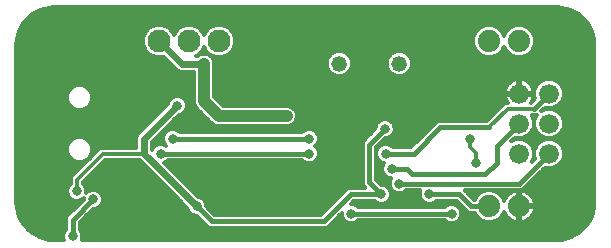
<source format=gbl>
G75*
G70*
%OFA0B0*%
%FSLAX24Y24*%
%IPPOS*%
%LPD*%
%AMOC8*
5,1,8,0,0,1.08239X$1,22.5*
%
%ADD10C,0.0520*%
%ADD11C,0.0740*%
%ADD12C,0.0660*%
%ADD13C,0.0760*%
%ADD14C,0.0120*%
%ADD15C,0.0317*%
%ADD16C,0.0396*%
%ADD17C,0.0400*%
%ADD18C,0.0240*%
%ADD19C,0.0160*%
D10*
X011410Y006535D03*
X013410Y006535D03*
D11*
X016410Y007285D03*
X017410Y007285D03*
X017410Y001785D03*
X016410Y001785D03*
D12*
X017410Y003535D03*
X018410Y003535D03*
X018410Y004535D03*
X017410Y004535D03*
X017410Y005535D03*
X018410Y005535D03*
D13*
X007410Y007285D03*
X006410Y007285D03*
X005410Y007285D03*
D14*
X001428Y000746D02*
X001143Y000910D01*
X000910Y001143D01*
X000746Y001428D01*
X000661Y001746D01*
X000650Y001910D01*
X000650Y007160D01*
X000661Y007324D01*
X000746Y007642D01*
X000910Y007927D01*
X001143Y008160D01*
X001428Y008324D01*
X001746Y008409D01*
X001910Y008420D01*
X018660Y008420D01*
X018824Y008409D01*
X019142Y008324D01*
X019427Y008160D01*
X019660Y007927D01*
X019824Y007642D01*
X019909Y007324D01*
X019920Y007160D01*
X019920Y001910D01*
X019909Y001746D01*
X019824Y001428D01*
X019660Y001143D01*
X019427Y000910D01*
X019142Y000746D01*
X018824Y000661D01*
X018660Y000650D01*
X002824Y000650D01*
X002854Y000722D01*
X002854Y000848D01*
X002805Y000966D01*
X002755Y001016D01*
X002755Y001244D01*
X003202Y001691D01*
X003273Y001691D01*
X003391Y001740D01*
X003480Y001829D01*
X003529Y001947D01*
X003529Y002073D01*
X003480Y002191D01*
X003391Y002280D01*
X003273Y002329D01*
X003147Y002329D01*
X003029Y002280D01*
X002979Y002230D01*
X002979Y002348D01*
X002930Y002466D01*
X002860Y002536D01*
X002860Y002577D01*
X003618Y003335D01*
X004742Y003335D01*
X004763Y003315D01*
X006341Y001736D01*
X006341Y001722D01*
X006390Y001604D01*
X006479Y001515D01*
X006597Y001466D01*
X006668Y001466D01*
X007069Y001065D01*
X011001Y001065D01*
X011130Y001194D01*
X011491Y001555D01*
X011491Y001472D01*
X011540Y001354D01*
X011629Y001265D01*
X011747Y001216D01*
X011873Y001216D01*
X011991Y001265D01*
X012041Y001315D01*
X014929Y001315D01*
X014979Y001265D01*
X015097Y001216D01*
X015223Y001216D01*
X015341Y001265D01*
X015430Y001354D01*
X015479Y001472D01*
X015479Y001598D01*
X015430Y001716D01*
X015341Y001805D01*
X015223Y001854D01*
X015097Y001854D01*
X014979Y001805D01*
X014929Y001755D01*
X012041Y001755D01*
X011991Y001805D01*
X011873Y001854D01*
X011790Y001854D01*
X011901Y001965D01*
X012579Y001965D01*
X012629Y001915D01*
X012747Y001866D01*
X012873Y001866D01*
X012991Y001915D01*
X013080Y002004D01*
X013129Y002122D01*
X013129Y002248D01*
X013080Y002366D01*
X012991Y002455D01*
X012873Y002504D01*
X012802Y002504D01*
X012630Y002676D01*
X012630Y003744D01*
X012930Y004044D01*
X013001Y004044D01*
X013118Y004092D01*
X013208Y004182D01*
X013256Y004299D01*
X013256Y004426D01*
X013208Y004543D01*
X013118Y004633D01*
X013001Y004681D01*
X012874Y004681D01*
X012757Y004633D01*
X012667Y004543D01*
X012619Y004426D01*
X012619Y004355D01*
X012319Y004055D01*
X012190Y003926D01*
X012190Y002494D01*
X012279Y002405D01*
X011719Y002405D01*
X010819Y001505D01*
X007251Y001505D01*
X006979Y001777D01*
X006979Y001848D01*
X006930Y001966D01*
X006841Y002055D01*
X006723Y002104D01*
X006709Y002104D01*
X005575Y003238D01*
X005641Y003265D01*
X005691Y003315D01*
X010179Y003315D01*
X010229Y003265D01*
X010347Y003216D01*
X010473Y003216D01*
X010591Y003265D01*
X010680Y003354D01*
X010729Y003472D01*
X010729Y003598D01*
X010680Y003716D01*
X010611Y003785D01*
X010680Y003854D01*
X010729Y003972D01*
X010729Y004098D01*
X010680Y004216D01*
X010591Y004305D01*
X010473Y004354D01*
X010347Y004354D01*
X010229Y004305D01*
X010179Y004255D01*
X006091Y004255D01*
X006041Y004305D01*
X005923Y004354D01*
X005797Y004354D01*
X005679Y004305D01*
X005590Y004216D01*
X005541Y004098D01*
X005541Y003972D01*
X005590Y003854D01*
X005638Y003806D01*
X005523Y003854D01*
X005397Y003854D01*
X005279Y003805D01*
X005190Y003716D01*
X005170Y003668D01*
X005170Y003927D01*
X006059Y004816D01*
X006073Y004816D01*
X006191Y004865D01*
X006280Y004954D01*
X006329Y005072D01*
X006329Y005198D01*
X006280Y005316D01*
X006191Y005405D01*
X006073Y005454D01*
X005947Y005454D01*
X005829Y005405D01*
X005740Y005316D01*
X005691Y005198D01*
X005691Y005184D01*
X004690Y004182D01*
X004650Y004087D01*
X004650Y003735D01*
X003452Y003735D01*
X002577Y002860D01*
X002460Y002743D01*
X002460Y002536D01*
X002390Y002466D01*
X002341Y002348D01*
X002341Y002222D01*
X002390Y002104D01*
X002479Y002015D01*
X002597Y001966D01*
X002723Y001966D01*
X002841Y002015D01*
X002891Y002065D01*
X002891Y002002D01*
X002444Y001555D01*
X002315Y001426D01*
X002315Y001016D01*
X002265Y000966D01*
X002216Y000848D01*
X002216Y000722D01*
X002246Y000650D01*
X001910Y000650D01*
X001746Y000661D01*
X001428Y000746D01*
X001394Y000766D02*
X002216Y000766D01*
X002231Y000884D02*
X001189Y000884D01*
X001051Y001003D02*
X002302Y001003D01*
X002315Y001121D02*
X000932Y001121D01*
X000855Y001240D02*
X002315Y001240D01*
X002315Y001358D02*
X000786Y001358D01*
X000733Y001477D02*
X002365Y001477D01*
X002484Y001595D02*
X000701Y001595D01*
X000669Y001714D02*
X002602Y001714D01*
X002721Y001832D02*
X000655Y001832D01*
X000650Y001951D02*
X002839Y001951D01*
X002425Y002069D02*
X000650Y002069D01*
X000650Y002188D02*
X002355Y002188D01*
X002341Y002306D02*
X000650Y002306D01*
X000650Y002425D02*
X002373Y002425D01*
X002460Y002543D02*
X000650Y002543D01*
X000650Y002662D02*
X002460Y002662D01*
X002660Y002660D02*
X002660Y002285D01*
X002947Y002425D02*
X005653Y002425D01*
X005534Y002543D02*
X002860Y002543D01*
X002944Y002662D02*
X005416Y002662D01*
X005297Y002780D02*
X003063Y002780D01*
X003181Y002899D02*
X005179Y002899D01*
X005060Y003017D02*
X003300Y003017D01*
X003418Y003136D02*
X004942Y003136D01*
X004823Y003254D02*
X003537Y003254D01*
X003114Y003433D02*
X003177Y003586D01*
X003177Y003752D01*
X003114Y003905D01*
X002996Y004023D01*
X002843Y004086D01*
X002677Y004086D01*
X002524Y004023D01*
X002406Y003905D01*
X002343Y003752D01*
X002343Y003586D01*
X002406Y003433D01*
X002524Y003315D01*
X002677Y003252D01*
X002843Y003252D01*
X002996Y003315D01*
X003114Y003433D01*
X003138Y003491D02*
X003208Y003491D01*
X003177Y003610D02*
X003327Y003610D01*
X003445Y003728D02*
X003177Y003728D01*
X003138Y003847D02*
X004650Y003847D01*
X004650Y003965D02*
X003054Y003965D01*
X002849Y004084D02*
X004650Y004084D01*
X004709Y004202D02*
X000650Y004202D01*
X000650Y004084D02*
X002671Y004084D01*
X002466Y003965D02*
X000650Y003965D01*
X000650Y003847D02*
X002382Y003847D01*
X002343Y003728D02*
X000650Y003728D01*
X000650Y003610D02*
X002343Y003610D01*
X002382Y003491D02*
X000650Y003491D01*
X000650Y003373D02*
X002466Y003373D01*
X002671Y003254D02*
X000650Y003254D01*
X000650Y003136D02*
X002853Y003136D01*
X002849Y003254D02*
X002971Y003254D01*
X003054Y003373D02*
X003090Y003373D01*
X003535Y003535D02*
X002660Y002660D01*
X002497Y002780D02*
X000650Y002780D01*
X000650Y002899D02*
X002616Y002899D01*
X002734Y003017D02*
X000650Y003017D01*
X002979Y002306D02*
X003092Y002306D01*
X003328Y002306D02*
X005771Y002306D01*
X005890Y002188D02*
X003481Y002188D01*
X003529Y002069D02*
X006008Y002069D01*
X006127Y001951D02*
X003529Y001951D01*
X003481Y001832D02*
X006245Y001832D01*
X006345Y001714D02*
X003327Y001714D01*
X003106Y001595D02*
X006399Y001595D01*
X006572Y001477D02*
X002988Y001477D01*
X002869Y001358D02*
X006776Y001358D01*
X006894Y001240D02*
X002755Y001240D01*
X002755Y001121D02*
X007013Y001121D01*
X007161Y001595D02*
X010909Y001595D01*
X011027Y001714D02*
X007043Y001714D01*
X006979Y001832D02*
X011146Y001832D01*
X011264Y001951D02*
X006936Y001951D01*
X006807Y002069D02*
X011383Y002069D01*
X011501Y002188D02*
X006625Y002188D01*
X006507Y002306D02*
X011620Y002306D01*
X012190Y002543D02*
X006270Y002543D01*
X006388Y002425D02*
X012259Y002425D01*
X012190Y002662D02*
X006151Y002662D01*
X006033Y002780D02*
X012190Y002780D01*
X012190Y002899D02*
X005914Y002899D01*
X005796Y003017D02*
X012190Y003017D01*
X012190Y003136D02*
X005677Y003136D01*
X005615Y003254D02*
X010255Y003254D01*
X010565Y003254D02*
X012190Y003254D01*
X012190Y003373D02*
X010688Y003373D01*
X010729Y003491D02*
X012190Y003491D01*
X012190Y003610D02*
X010724Y003610D01*
X010668Y003728D02*
X012190Y003728D01*
X012190Y003847D02*
X010672Y003847D01*
X010726Y003965D02*
X012229Y003965D01*
X012347Y004084D02*
X010729Y004084D01*
X010686Y004202D02*
X012466Y004202D01*
X012584Y004321D02*
X010554Y004321D01*
X010266Y004321D02*
X006004Y004321D01*
X005716Y004321D02*
X005563Y004321D01*
X005682Y004439D02*
X012624Y004439D01*
X012682Y004558D02*
X009913Y004558D01*
X009948Y004592D02*
X010000Y004717D01*
X010000Y004853D01*
X009948Y004978D01*
X009853Y005073D01*
X009728Y005125D01*
X007551Y005125D01*
X007250Y005426D01*
X007250Y006603D01*
X007198Y006728D01*
X007103Y006823D01*
X006978Y006875D01*
X006842Y006875D01*
X006717Y006823D01*
X006689Y006795D01*
X006638Y006795D01*
X006716Y006827D01*
X006868Y006979D01*
X006910Y007081D01*
X006952Y006979D01*
X007104Y006827D01*
X007303Y006745D01*
X007517Y006745D01*
X007716Y006827D01*
X007868Y006979D01*
X007950Y007178D01*
X007950Y007392D01*
X007868Y007591D01*
X007716Y007743D01*
X007517Y007825D01*
X007303Y007825D01*
X007104Y007743D01*
X006952Y007591D01*
X006910Y007489D01*
X006868Y007591D01*
X006716Y007743D01*
X006517Y007825D01*
X006303Y007825D01*
X006104Y007743D01*
X005952Y007591D01*
X005910Y007489D01*
X005868Y007591D01*
X005716Y007743D01*
X005517Y007825D01*
X005303Y007825D01*
X005104Y007743D01*
X004952Y007591D01*
X004870Y007392D01*
X004870Y007178D01*
X004952Y006979D01*
X005104Y006827D01*
X005303Y006745D01*
X005517Y006745D01*
X005563Y006764D01*
X006013Y006315D01*
X006108Y006275D01*
X006570Y006275D01*
X006570Y005217D01*
X006622Y005092D01*
X006717Y004997D01*
X007217Y004497D01*
X007342Y004445D01*
X009728Y004445D01*
X009853Y004497D01*
X009948Y004592D01*
X009983Y004676D02*
X012861Y004676D01*
X013014Y004676D02*
X016393Y004676D01*
X016347Y004630D02*
X014694Y004630D01*
X013819Y003755D01*
X013191Y003755D01*
X013141Y003805D01*
X013023Y003854D01*
X012897Y003854D01*
X012779Y003805D01*
X012690Y003716D01*
X012641Y003598D01*
X012641Y003472D01*
X012690Y003354D01*
X012779Y003265D01*
X012892Y003218D01*
X012890Y003216D01*
X012841Y003098D01*
X012841Y002972D01*
X012890Y002854D01*
X012979Y002765D01*
X013097Y002716D01*
X013140Y002716D01*
X013091Y002598D01*
X013091Y002472D01*
X013140Y002354D01*
X013229Y002265D01*
X013347Y002216D01*
X013473Y002216D01*
X013591Y002265D01*
X013641Y002315D01*
X014119Y002315D01*
X014091Y002248D01*
X014091Y002122D01*
X014140Y002004D01*
X014229Y001915D01*
X014347Y001866D01*
X014473Y001866D01*
X014591Y001915D01*
X014641Y001965D01*
X015319Y001965D01*
X015590Y001694D01*
X015590Y001694D01*
X015719Y001565D01*
X015927Y001565D01*
X015961Y001485D01*
X016110Y001336D01*
X016305Y001255D01*
X016515Y001255D01*
X016710Y001336D01*
X016859Y001485D01*
X016910Y001608D01*
X016919Y001582D01*
X016957Y001507D01*
X017006Y001440D01*
X017065Y001381D01*
X017132Y001332D01*
X017207Y001294D01*
X017286Y001268D01*
X017368Y001255D01*
X017370Y001255D01*
X017370Y001745D01*
X017450Y001745D01*
X017450Y001825D01*
X017370Y001825D01*
X017370Y002315D01*
X017368Y002315D01*
X017286Y002302D01*
X017207Y002276D01*
X017132Y002238D01*
X017065Y002189D01*
X017006Y002130D01*
X016957Y002063D01*
X016919Y001988D01*
X016910Y001962D01*
X016859Y002085D01*
X016710Y002234D01*
X016515Y002315D01*
X016305Y002315D01*
X016110Y002234D01*
X015961Y002085D01*
X015927Y002005D01*
X015901Y002005D01*
X015630Y002276D01*
X015630Y002276D01*
X015591Y002315D01*
X017501Y002315D01*
X018255Y003069D01*
X018313Y003045D01*
X018507Y003045D01*
X018688Y003120D01*
X018825Y003257D01*
X018900Y003438D01*
X018900Y003632D01*
X018825Y003813D01*
X018688Y003950D01*
X018507Y004025D01*
X018313Y004025D01*
X018132Y003950D01*
X017995Y003813D01*
X017920Y003632D01*
X017920Y003438D01*
X017944Y003380D01*
X017828Y003264D01*
X017900Y003438D01*
X017900Y003632D01*
X017825Y003813D01*
X017688Y003950D01*
X017507Y004025D01*
X017313Y004025D01*
X017139Y003953D01*
X017255Y004069D01*
X017313Y004045D01*
X017507Y004045D01*
X017688Y004120D01*
X017825Y004257D01*
X017900Y004438D01*
X017900Y004632D01*
X017825Y004813D01*
X017823Y004815D01*
X017997Y004815D01*
X017995Y004813D01*
X017920Y004632D01*
X017920Y004438D01*
X017995Y004257D01*
X018132Y004120D01*
X018313Y004045D01*
X018507Y004045D01*
X018688Y004120D01*
X018825Y004257D01*
X018900Y004438D01*
X018900Y004632D01*
X018825Y004813D01*
X018688Y004950D01*
X018507Y005025D01*
X018313Y005025D01*
X018139Y004953D01*
X018255Y005069D01*
X018313Y005045D01*
X018507Y005045D01*
X018688Y005120D01*
X018825Y005257D01*
X018900Y005438D01*
X018900Y005632D01*
X018825Y005813D01*
X018688Y005950D01*
X018507Y006025D01*
X018313Y006025D01*
X018132Y005950D01*
X017995Y005813D01*
X017920Y005632D01*
X017920Y005438D01*
X017944Y005380D01*
X017799Y005235D01*
X017798Y005235D01*
X017829Y005278D01*
X017864Y005347D01*
X017888Y005420D01*
X017900Y005496D01*
X017900Y005497D01*
X017448Y005497D01*
X017448Y005573D01*
X017372Y005573D01*
X017372Y005497D01*
X016920Y005497D01*
X016920Y005496D01*
X016932Y005420D01*
X016956Y005347D01*
X016991Y005278D01*
X017022Y005235D01*
X016952Y005235D01*
X016347Y004630D01*
X016410Y004410D02*
X017035Y005035D01*
X017910Y005035D01*
X018218Y005032D02*
X019920Y005032D01*
X019920Y005150D02*
X018718Y005150D01*
X018830Y005269D02*
X019920Y005269D01*
X019920Y005387D02*
X018879Y005387D01*
X018900Y005506D02*
X019920Y005506D01*
X019920Y005624D02*
X018900Y005624D01*
X018854Y005743D02*
X019920Y005743D01*
X019920Y005861D02*
X018777Y005861D01*
X018617Y005980D02*
X019920Y005980D01*
X019920Y006098D02*
X007250Y006098D01*
X007250Y006217D02*
X011135Y006217D01*
X011172Y006179D02*
X011326Y006115D01*
X011494Y006115D01*
X011648Y006179D01*
X011766Y006297D01*
X011830Y006451D01*
X011830Y006619D01*
X011766Y006773D01*
X011648Y006891D01*
X011494Y006955D01*
X011326Y006955D01*
X011172Y006891D01*
X011054Y006773D01*
X010990Y006619D01*
X010990Y006451D01*
X011054Y006297D01*
X011172Y006179D01*
X011038Y006335D02*
X007250Y006335D01*
X007250Y006454D02*
X010990Y006454D01*
X010990Y006572D02*
X007250Y006572D01*
X007214Y006691D02*
X011020Y006691D01*
X011090Y006809D02*
X007672Y006809D01*
X007816Y006928D02*
X011260Y006928D01*
X011560Y006928D02*
X013260Y006928D01*
X013326Y006955D02*
X013172Y006891D01*
X013054Y006773D01*
X012990Y006619D01*
X012990Y006451D01*
X013054Y006297D01*
X013172Y006179D01*
X013326Y006115D01*
X013494Y006115D01*
X013648Y006179D01*
X013766Y006297D01*
X013830Y006451D01*
X013830Y006619D01*
X013766Y006773D01*
X013648Y006891D01*
X013494Y006955D01*
X013326Y006955D01*
X013560Y006928D02*
X016018Y006928D01*
X015961Y006985D02*
X016110Y006836D01*
X016305Y006755D01*
X016515Y006755D01*
X016710Y006836D01*
X016859Y006985D01*
X016910Y007107D01*
X016961Y006985D01*
X017110Y006836D01*
X017305Y006755D01*
X017515Y006755D01*
X017710Y006836D01*
X017859Y006985D01*
X017940Y007180D01*
X017940Y007390D01*
X017859Y007585D01*
X017710Y007734D01*
X017515Y007815D01*
X017305Y007815D01*
X017110Y007734D01*
X016961Y007585D01*
X016910Y007463D01*
X016859Y007585D01*
X016710Y007734D01*
X016515Y007815D01*
X016305Y007815D01*
X016110Y007734D01*
X015961Y007585D01*
X015880Y007390D01*
X015880Y007180D01*
X015961Y006985D01*
X015935Y007046D02*
X007895Y007046D01*
X007945Y007165D02*
X015886Y007165D01*
X015880Y007283D02*
X007950Y007283D01*
X007946Y007402D02*
X015885Y007402D01*
X015934Y007520D02*
X007897Y007520D01*
X007820Y007639D02*
X016014Y007639D01*
X016165Y007757D02*
X007682Y007757D01*
X007138Y007757D02*
X006682Y007757D01*
X006820Y007639D02*
X007000Y007639D01*
X006923Y007520D02*
X006897Y007520D01*
X006138Y007757D02*
X005682Y007757D01*
X005820Y007639D02*
X006000Y007639D01*
X005923Y007520D02*
X005897Y007520D01*
X005138Y007757D02*
X000812Y007757D01*
X000745Y007639D02*
X005000Y007639D01*
X004923Y007520D02*
X000713Y007520D01*
X000681Y007402D02*
X004874Y007402D01*
X004870Y007283D02*
X000658Y007283D01*
X000661Y007324D02*
X000661Y007324D01*
X000650Y007165D02*
X004875Y007165D01*
X004924Y007046D02*
X000650Y007046D01*
X000650Y006928D02*
X005004Y006928D01*
X005148Y006809D02*
X000650Y006809D01*
X000650Y006691D02*
X005637Y006691D01*
X005755Y006572D02*
X000650Y006572D01*
X000650Y006454D02*
X005874Y006454D01*
X005992Y006335D02*
X000650Y006335D01*
X000650Y006217D02*
X006570Y006217D01*
X006570Y006098D02*
X000650Y006098D01*
X000650Y005980D02*
X006570Y005980D01*
X006570Y005861D02*
X000650Y005861D01*
X000650Y005743D02*
X002511Y005743D01*
X002524Y005755D02*
X002406Y005637D01*
X002343Y005484D01*
X002343Y005318D01*
X002406Y005165D01*
X002524Y005047D01*
X002677Y004984D01*
X002843Y004984D01*
X002996Y005047D01*
X003114Y005165D01*
X003177Y005318D01*
X003177Y005484D01*
X003114Y005637D01*
X002996Y005755D01*
X002843Y005818D01*
X002677Y005818D01*
X002524Y005755D01*
X002401Y005624D02*
X000650Y005624D01*
X000650Y005506D02*
X002352Y005506D01*
X002343Y005387D02*
X000650Y005387D01*
X000650Y005269D02*
X002363Y005269D01*
X002421Y005150D02*
X000650Y005150D01*
X000650Y005032D02*
X002562Y005032D01*
X002958Y005032D02*
X005539Y005032D01*
X005657Y005150D02*
X003099Y005150D01*
X003157Y005269D02*
X005720Y005269D01*
X005811Y005387D02*
X003177Y005387D01*
X003168Y005506D02*
X006570Y005506D01*
X006570Y005624D02*
X003119Y005624D01*
X003009Y005743D02*
X006570Y005743D01*
X006570Y005387D02*
X006209Y005387D01*
X006300Y005269D02*
X006570Y005269D01*
X006598Y005150D02*
X006329Y005150D01*
X006312Y005032D02*
X006683Y005032D01*
X006801Y004913D02*
X006239Y004913D01*
X006037Y004795D02*
X006920Y004795D01*
X007038Y004676D02*
X005919Y004676D01*
X005800Y004558D02*
X007157Y004558D01*
X007526Y005150D02*
X016867Y005150D01*
X016749Y005032D02*
X009894Y005032D01*
X009975Y004913D02*
X016630Y004913D01*
X016512Y004795D02*
X010000Y004795D01*
X007407Y005269D02*
X016998Y005269D01*
X016943Y005387D02*
X007289Y005387D01*
X007250Y005506D02*
X017372Y005506D01*
X017372Y005573D02*
X016920Y005573D01*
X016920Y005574D01*
X016932Y005650D01*
X016956Y005723D01*
X016991Y005792D01*
X017036Y005854D01*
X017091Y005909D01*
X017153Y005954D01*
X017222Y005989D01*
X017295Y006013D01*
X017371Y006025D01*
X017372Y006025D01*
X017372Y005573D01*
X017372Y005624D02*
X017448Y005624D01*
X017448Y005573D02*
X017448Y006025D01*
X017449Y006025D01*
X017525Y006013D01*
X017598Y005989D01*
X017667Y005954D01*
X017729Y005909D01*
X017784Y005854D01*
X017829Y005792D01*
X017864Y005723D01*
X017888Y005650D01*
X017900Y005574D01*
X017900Y005573D01*
X017448Y005573D01*
X017448Y005506D02*
X017920Y005506D01*
X017920Y005624D02*
X017892Y005624D01*
X017854Y005743D02*
X017966Y005743D01*
X018043Y005861D02*
X017777Y005861D01*
X017617Y005980D02*
X018203Y005980D01*
X017448Y005980D02*
X017372Y005980D01*
X017372Y005861D02*
X017448Y005861D01*
X017448Y005743D02*
X017372Y005743D01*
X017203Y005980D02*
X007250Y005980D01*
X007250Y005861D02*
X017043Y005861D01*
X016966Y005743D02*
X007250Y005743D01*
X007250Y005624D02*
X016928Y005624D01*
X017822Y005269D02*
X017832Y005269D01*
X017877Y005387D02*
X017941Y005387D01*
X018725Y004913D02*
X019920Y004913D01*
X019920Y004795D02*
X018833Y004795D01*
X018882Y004676D02*
X019920Y004676D01*
X019920Y004558D02*
X018900Y004558D01*
X018900Y004439D02*
X019920Y004439D01*
X019920Y004321D02*
X018852Y004321D01*
X018770Y004202D02*
X019920Y004202D01*
X019920Y004084D02*
X018600Y004084D01*
X018652Y003965D02*
X019920Y003965D01*
X019920Y003847D02*
X018791Y003847D01*
X018860Y003728D02*
X019920Y003728D01*
X019920Y003610D02*
X018900Y003610D01*
X018900Y003491D02*
X019920Y003491D01*
X019920Y003373D02*
X018873Y003373D01*
X018822Y003254D02*
X019920Y003254D01*
X019920Y003136D02*
X018703Y003136D01*
X018203Y003017D02*
X019920Y003017D01*
X019920Y002899D02*
X018085Y002899D01*
X017966Y002780D02*
X019920Y002780D01*
X019920Y002662D02*
X017848Y002662D01*
X017729Y002543D02*
X019920Y002543D01*
X019920Y002425D02*
X017611Y002425D01*
X017534Y002302D02*
X017452Y002315D01*
X017450Y002315D01*
X017450Y001825D01*
X017940Y001825D01*
X017940Y001827D01*
X017927Y001909D01*
X017901Y001988D01*
X017863Y002063D01*
X017814Y002130D01*
X017755Y002189D01*
X017688Y002238D01*
X017613Y002276D01*
X017534Y002302D01*
X017509Y002306D02*
X019920Y002306D01*
X019920Y002188D02*
X017757Y002188D01*
X017859Y002069D02*
X019920Y002069D01*
X019920Y001951D02*
X017913Y001951D01*
X017939Y001832D02*
X019915Y001832D01*
X019901Y001714D02*
X017935Y001714D01*
X017940Y001743D02*
X017940Y001745D01*
X017450Y001745D01*
X017450Y001255D01*
X017452Y001255D01*
X017534Y001268D01*
X017613Y001294D01*
X017688Y001332D01*
X017755Y001381D01*
X017814Y001440D01*
X017863Y001507D01*
X017901Y001582D01*
X017927Y001661D01*
X017940Y001743D01*
X017906Y001595D02*
X019869Y001595D01*
X019837Y001477D02*
X017841Y001477D01*
X017724Y001358D02*
X019784Y001358D01*
X019715Y001240D02*
X015280Y001240D01*
X015040Y001240D02*
X011930Y001240D01*
X011690Y001240D02*
X011176Y001240D01*
X011057Y001121D02*
X019638Y001121D01*
X019519Y001003D02*
X002768Y001003D01*
X002839Y000884D02*
X019381Y000884D01*
X019176Y000766D02*
X002854Y000766D01*
X003535Y003535D02*
X004910Y003535D01*
X005170Y003728D02*
X005202Y003728D01*
X005170Y003847D02*
X005379Y003847D01*
X005541Y003847D02*
X005598Y003847D01*
X005544Y003965D02*
X005208Y003965D01*
X005326Y004084D02*
X005541Y004084D01*
X005584Y004202D02*
X005445Y004202D01*
X004946Y004439D02*
X000650Y004439D01*
X000650Y004321D02*
X004828Y004321D01*
X005065Y004558D02*
X000650Y004558D01*
X000650Y004676D02*
X005183Y004676D01*
X005302Y004795D02*
X000650Y004795D01*
X000650Y004913D02*
X005420Y004913D01*
X006672Y006809D02*
X006703Y006809D01*
X006816Y006928D02*
X007004Y006928D01*
X006924Y007046D02*
X006895Y007046D01*
X007117Y006809D02*
X007148Y006809D01*
X011685Y006217D02*
X013135Y006217D01*
X013038Y006335D02*
X011782Y006335D01*
X011830Y006454D02*
X012990Y006454D01*
X012990Y006572D02*
X011830Y006572D01*
X011800Y006691D02*
X013020Y006691D01*
X013090Y006809D02*
X011730Y006809D01*
X013730Y006809D02*
X016174Y006809D01*
X016646Y006809D02*
X017174Y006809D01*
X017018Y006928D02*
X016802Y006928D01*
X016885Y007046D02*
X016935Y007046D01*
X017646Y006809D02*
X019920Y006809D01*
X019920Y006928D02*
X017802Y006928D01*
X017885Y007046D02*
X019920Y007046D01*
X019920Y007165D02*
X017934Y007165D01*
X017940Y007283D02*
X019912Y007283D01*
X019889Y007402D02*
X017935Y007402D01*
X017886Y007520D02*
X019857Y007520D01*
X019825Y007639D02*
X017806Y007639D01*
X017655Y007757D02*
X019758Y007757D01*
X019689Y007876D02*
X000881Y007876D01*
X000977Y007994D02*
X019593Y007994D01*
X019474Y008113D02*
X001096Y008113D01*
X001267Y008231D02*
X019303Y008231D01*
X019047Y008350D02*
X001523Y008350D01*
X012630Y003728D02*
X012702Y003728D01*
X012646Y003610D02*
X012630Y003610D01*
X012630Y003491D02*
X012641Y003491D01*
X012630Y003373D02*
X012682Y003373D01*
X012630Y003254D02*
X012805Y003254D01*
X012857Y003136D02*
X012630Y003136D01*
X012630Y003017D02*
X012841Y003017D01*
X012872Y002899D02*
X012630Y002899D01*
X012630Y002780D02*
X012964Y002780D01*
X013140Y002716D02*
X013140Y002716D01*
X013117Y002662D02*
X012645Y002662D01*
X012763Y002543D02*
X013091Y002543D01*
X013111Y002425D02*
X013021Y002425D01*
X013105Y002306D02*
X013188Y002306D01*
X013129Y002188D02*
X014091Y002188D01*
X014115Y002306D02*
X013632Y002306D01*
X014113Y002069D02*
X013107Y002069D01*
X013026Y001951D02*
X014194Y001951D01*
X014626Y001951D02*
X015333Y001951D01*
X015276Y001832D02*
X015452Y001832D01*
X015431Y001714D02*
X015570Y001714D01*
X015479Y001595D02*
X015689Y001595D01*
X015479Y001477D02*
X015969Y001477D01*
X016087Y001358D02*
X015432Y001358D01*
X015044Y001832D02*
X011926Y001832D01*
X011887Y001951D02*
X012594Y001951D01*
X011491Y001477D02*
X011413Y001477D01*
X011294Y001358D02*
X011538Y001358D01*
X015600Y002306D02*
X016283Y002306D01*
X016063Y002188D02*
X015719Y002188D01*
X015837Y002069D02*
X015954Y002069D01*
X016537Y002306D02*
X017311Y002306D01*
X017370Y002306D02*
X017450Y002306D01*
X017450Y002188D02*
X017370Y002188D01*
X017370Y002069D02*
X017450Y002069D01*
X017450Y001951D02*
X017370Y001951D01*
X017370Y001832D02*
X017450Y001832D01*
X017450Y001714D02*
X017370Y001714D01*
X017370Y001595D02*
X017450Y001595D01*
X017450Y001477D02*
X017370Y001477D01*
X017370Y001358D02*
X017450Y001358D01*
X017096Y001358D02*
X016733Y001358D01*
X016851Y001477D02*
X016979Y001477D01*
X016914Y001595D02*
X016905Y001595D01*
X016866Y002069D02*
X016961Y002069D01*
X017063Y002188D02*
X016757Y002188D01*
X015960Y003235D02*
X015960Y003560D01*
X015760Y003760D01*
X015760Y004035D01*
X014621Y004558D02*
X013193Y004558D01*
X013251Y004439D02*
X014503Y004439D01*
X014384Y004321D02*
X013256Y004321D01*
X013216Y004202D02*
X014266Y004202D01*
X014147Y004084D02*
X013097Y004084D01*
X012851Y003965D02*
X014029Y003965D01*
X013910Y003847D02*
X013041Y003847D01*
X012879Y003847D02*
X012733Y003847D01*
X017151Y003965D02*
X017168Y003965D01*
X017600Y004084D02*
X018220Y004084D01*
X018168Y003965D02*
X017652Y003965D01*
X017791Y003847D02*
X018029Y003847D01*
X017960Y003728D02*
X017860Y003728D01*
X017900Y003610D02*
X017920Y003610D01*
X017920Y003491D02*
X017900Y003491D01*
X017873Y003373D02*
X017936Y003373D01*
X018050Y004202D02*
X017770Y004202D01*
X017852Y004321D02*
X017968Y004321D01*
X017920Y004439D02*
X017900Y004439D01*
X017900Y004558D02*
X017920Y004558D01*
X017938Y004676D02*
X017882Y004676D01*
X017833Y004795D02*
X017987Y004795D01*
X019920Y006217D02*
X013685Y006217D01*
X013782Y006335D02*
X019920Y006335D01*
X019920Y006454D02*
X013830Y006454D01*
X013830Y006572D02*
X019920Y006572D01*
X019920Y006691D02*
X013800Y006691D01*
X016655Y007757D02*
X017165Y007757D01*
X017014Y007639D02*
X016806Y007639D01*
X016886Y007520D02*
X016934Y007520D01*
D15*
X014560Y005635D03*
X016260Y004935D03*
X015760Y004035D03*
X015960Y003235D03*
X014410Y002185D03*
X013760Y002185D03*
X013410Y002535D03*
X012810Y002185D03*
X011810Y001535D03*
X013160Y003035D03*
X012960Y003535D03*
X012938Y004363D03*
X010410Y004035D03*
X010410Y003535D03*
X009660Y004785D03*
X006010Y005135D03*
X005860Y004035D03*
X005460Y003535D03*
X002660Y002285D03*
X003210Y002010D03*
X002535Y000785D03*
X006660Y001785D03*
X015160Y001535D03*
X006910Y006535D03*
D16*
X003910Y006410D03*
X003535Y006160D03*
X001785Y006410D03*
X001410Y006160D03*
X001785Y002910D03*
X001410Y002660D03*
X003535Y002660D03*
X003910Y002910D03*
D17*
X006910Y005285D02*
X007410Y004785D01*
X009660Y004785D01*
X006910Y005285D02*
X006910Y006535D01*
D18*
X006160Y006535D01*
X005410Y007285D01*
X006010Y005135D02*
X004910Y004035D01*
X004910Y003535D01*
X006660Y001785D01*
D19*
X007160Y001285D01*
X010910Y001285D01*
X011810Y002185D01*
X012810Y002185D01*
X012410Y002585D01*
X012410Y003835D01*
X012938Y004363D01*
X012960Y003535D02*
X013910Y003535D01*
X014785Y004410D01*
X016410Y004410D01*
X016660Y003785D02*
X017410Y004535D01*
X017910Y005035D02*
X018410Y005535D01*
X016660Y003785D02*
X016660Y003235D01*
X016285Y002860D01*
X013835Y002860D01*
X013660Y003035D01*
X013160Y003035D01*
X013410Y002535D02*
X017410Y002535D01*
X018410Y003535D01*
X015810Y001785D02*
X015410Y002185D01*
X014410Y002185D01*
X015810Y001785D02*
X016410Y001785D01*
X015160Y001535D02*
X011810Y001535D01*
X010410Y003535D02*
X005460Y003535D01*
X005860Y004035D02*
X010410Y004035D01*
X003210Y002010D02*
X002535Y001335D01*
X002535Y000785D01*
M02*

</source>
